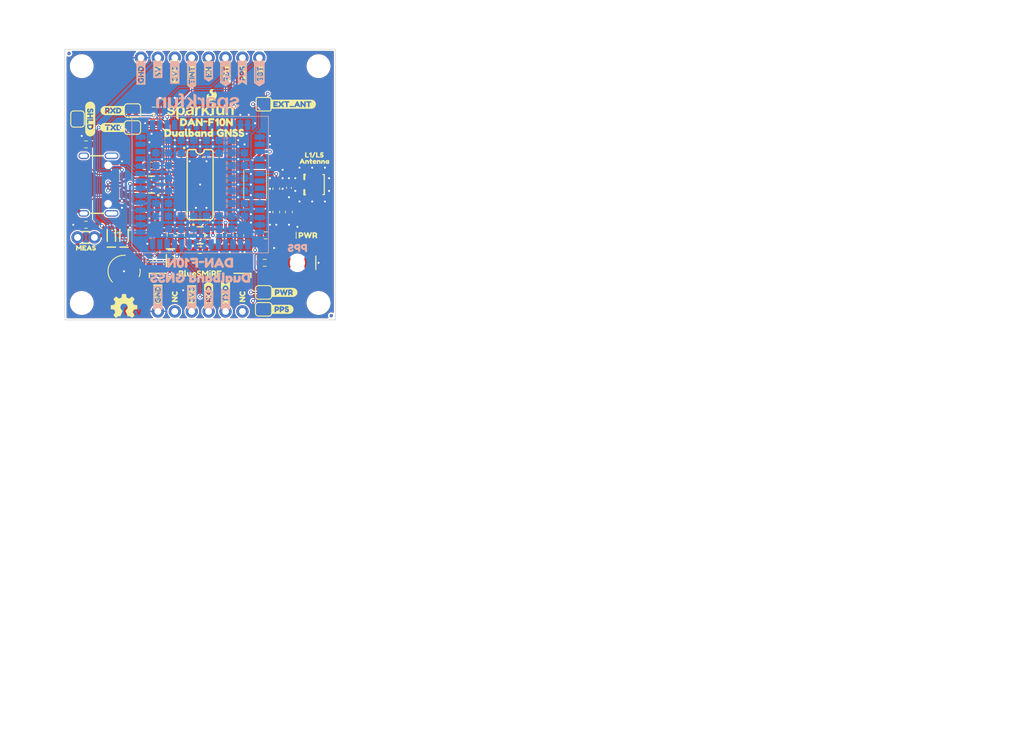
<source format=kicad_pcb>
(kicad_pcb (version 20241229) (generator "pcbnew") (generator_version "9.0")
  (title_block (comment 1 "Designed by: N. Seidle"))
  (layers (0 "F.Cu" signal) (4 "In1.Cu" signal) (6 "In2.Cu" signal) (2 "B.Cu" signal) (13 "F.Paste" user) (15 "B.Paste" user) (5 "F.SilkS" user "F.Silkscreen") (7 "B.SilkS" user "B.Silkscreen") (1 "F.Mask" user) (3 "B.Mask" user) (25 "Edge.Cuts" user))
  (net 0 "")
  (net 1 "GND")
  (net 2 "V_BCKP")
  (net 3 "5V")
  (net 4 "PPS")
  (net 5 "Net-(D2-K)")
  (net 6 "~{RESET}")
  (net 7 "3.3V")
  (net 8 "Net-(U1-I{slash}O2)")
  (net 9 "Net-(J1-SHIELD)")
  (net 15 "Net-(D5-K)")
  (net 16 "Net-(D1-A)")
  (net 17 "VBUS")
  (net 18 "Net-(F1-Pad2)")
  (net 19 "Net-(J1-CC2)")
  (net 20 "Net-(J1-CC1)")
  (net 21 "Net-(JP2-A)")
  (net 22 "Net-(JP3-A)")
  (net 23 "~{SAFEBOOT}")
  (net 26 "EXTINT")
  (net 27 "Net-(JP9-A)")
  (net 28 "Net-(JP10-A)")
  (net 29 "3V3_EN")
  (net 30 "Net-(U1-I{slash}O1)")
  (net 33 "Net-(U4-V3)")
  (net 42 "RXD")
  (net 43 "TXD")
  (net 44 "EXT_ANT")
  (net 45 "Net-(C1-Pad1)")
  (net 46 "VDD")
  (net 47 "Net-(JP9-B)")
  (net 48 "ANT_IN")
  (net 49 "VCC_RF")
  (net 50 "Net-(D6-A)")
  (footprint "DAN-F10N:kibuzzard-67EB0CBA" (layer "F.Cu") (at 169.545 85.09)
    (property "Reference" "kibuzzard-67EB0CBA" (hide yes))
    (property "Value" "G***" (hide yes))
  )
  (footprint "SparkFun-Capacitor:C_0603_1608Metric" (layer "F.Cu") (at 158.4325 104.775 -90)
    (property "Reference" "C16")
    (property "Value" "0.1uF")
  )
  (footprint "DAN-F10N:kibuzzard-67C52701" (layer "F.Cu") (at 146.685 80.3275 90)
    (property "Reference" "kibuzzard-67C52701" (hide yes))
    (property "Value" "G***" (hide yes))
  )
  (footprint "DAN-F10N:kibuzzard-64C2E6A3" (layer "F.Cu") (at 171.7675 104.775)
    (property "Reference" "kibuzzard-64C2E6A3" (hide yes))
    (property "Value" "G***" (hide yes))
  )
  (footprint "SparkFun-Jumper:Jumper_2_NC_Trace" (layer "F.Cu") (at 145.415 86.0425)
    (property "Reference" "JP9")
    (property "Value" "~")
  )
  (footprint "SparkFun-Connector:1x06" (layer "F.Cu") (at 161.925 116.205 180)
    (property "Reference" "J2")
    (property "Value" "Conn_01x06")
  )
  (footprint "DAN-F10N:kibuzzard-67C52692" (layer "F.Cu") (at 156.845 80.16875 90)
    (property "Reference" "kibuzzard-67C52692" (hide yes))
    (property "Value" "G***" (hide yes))
  )
  (footprint "DAN-F10N:kibuzzard-67C52DE1" (layer "F.Cu") (at 142.39875 86.0425)
    (property "Reference" "kibuzzard-67C52DE1" (hide yes))
    (property "Value" "G***" (hide yes))
  )
  (footprint "SparkFun-Aesthetic:Fiducial_0.5mm_Mask1mm" (layer "F.Cu") (at 135.89 77.47)
    (property "Reference" "FID3")
    (property "Value" "Fiducial_0.5mm")
  )
  (footprint "SparkFun-Jumper:Jumper_2_NC_Trace" (layer "F.Cu") (at 165.1 115.8875 180)
    (property "Reference" "JP3")
    (property "Value" "~")
  )
  (footprint "SparkFun-Connector:USB-C_16" (layer "F.Cu") (at 143.18875 97.155 -90)
    (property "Reference" "J1")
    (property "Value" "USB_C_Receptacle")
  )
  (footprint "SparkFun-Capacitor:C_0603_1608Metric" (layer "F.Cu") (at 167.005 101.2825 -90)
    (property "Reference" "C2")
    (property "Value" "47pF")
  )
  (footprint "SparkFun-Hardware:Standoff" (layer "F.Cu") (at 173.355 114.935)
    (property "Reference" "ST2")
    (property "Value" "Standoff")
  )
  (footprint "DAN-F10N:kibuzzard-64C3DF93" (layer "F.Cu") (at 139.065 87.3125 -90)
    (property "Reference" "kibuzzard-64C3DF93" (hide yes))
    (property "Value" "G***" (hide yes))
  )
  (footprint "SparkFun-Capacitor:C_0603_1608Metric" (layer "F.Cu") (at 149.5425 108.585 -90)
    (property "Reference" "C9")
    (property "Value" "1.0uF")
  )
  (footprint "DAN-F10N:kibuzzard-67C526ED" (layer "F.Cu") (at 154.305 80.645 90)
    (property "Reference" "kibuzzard-67C526ED" (hide yes))
    (property "Value" "G***" (hide yes))
  )
  (footprint "DAN-F10N:kibuzzard-67C52B1C" (layer "F.Cu") (at 149.225 113.9825 90)
    (property "Reference" "kibuzzard-67C52B1C" (hide yes))
    (property "Value" "G***" (hide yes))
  )
  (footprint "SparkFun-Connector:1x08" (layer "F.Cu") (at 164.465 78.105 180)
    (property "Reference" "J5")
    (property "Value" "Conn_01x08")
  )
  (footprint "SparkFun-Jumper:Jumper_2_NC_Trace" (layer "F.Cu") (at 137.16 87.3125 -90)
    (property "Reference" "JP7")
    (property "Value" "~")
  )
  (footprint "DAN-F10N:kibuzzard-67D33FB6" (layer "F.Cu") (at 151.765 113.9825 90)
    (property "Reference" "kibuzzard-67D33FB6" (hide yes))
    (property "Value" "G***" (hide yes))
  )
  (footprint "SparkFun-Semiconductor-Standard:SOD-323" (layer "F.Cu") (at 151.13 108.585 -90)
    (property "Reference" "D5")
    (property "Value" "PMEG4005EJ")
  )
  (footprint "SparkFun-Resistor:R_0603_1608Metric" (layer "F.Cu") (at 138.43 91.1225)
    (property "Reference" "R2")
    (property "Value" "5.1k")
  )
  (footprint "SparkFun-Resistor:R_0603_1608Metric" (layer "F.Cu") (at 165.25875 108.9025 180)
    (property "Reference" "R5")
    (property "Value" "330")
  )
  (footprint "DAN-F10N:kibuzzard-67C7D061" (layer "F.Cu") (at 172.72 92.71)
    (property "Reference" "kibuzzard-67C7D061" (hide yes))
    (property "Value" "G***" (hide yes))
  )
  (footprint "SparkFun-LED:LED_0603_1608Metric_Red" (layer "F.Cu") (at 168.5925 104.775 180)
    (property "Reference" "D1")
    (property "Value" "Red")
  )
  (footprint "SparkFun-Resistor:R_0603_1608Metric" (layer "F.Cu") (at 165.4175 104.775 180)
    (property "Reference" "R4")
    (property "Value" "4.7k")
  )
  (footprint "DAN-F10N:kibuzzard-67C52AED" (layer "F.Cu") (at 159.385 113.665 90)
    (property "Reference" "kibuzzard-67C52AED" (hide yes))
    (property "Value" "G***" (hide yes))
  )
  (footprint "SparkFun-Resistor:R_0603_1608Metric" (layer "F.Cu") (at 155.575 106.9975 180)
    (property "Reference" "R12")
    (property "Value" "100k")
  )
  (footprint "SparkFun-Capacitor:C_0603_1608Metric" (layer "F.Cu") (at 160.02 104.775 -90)
    (property "Reference" "C15")
    (property "Value" "10uF")
  )
  (footprint "SparkFun-Aesthetic:Fiducial_0.5mm_Mask1mm" (layer "F.Cu") (at 175.26 116.84)
    (property "Reference" "FID4")
    (property "Value" "Fiducial_0.5mm")
  )
  (footprint "SparkFun-Capacitor:C_0603_1608Metric" (layer "F.Cu") (at 168.91 101.2825 -90)
    (property "Reference" "C1")
    (property "Value" "0.1uF")
  )
  (footprint "SparkFun-Capacitor:C_0402_1005Metric" (layer "F.Cu") (at 168.91 97.635 90)
    (property "Reference" "D4")
    (property "Value" "PESD0402")
  )
  (footprint "DAN-F10N:kibuzzard-67C52D85" (layer "F.Cu") (at 168.275 113.3475)
    (property "Reference" "kibuzzard-67C52D85" (hide yes))
    (property "Value" "G***" (hide yes))
  )
  (footprint "DAN-F10N:kibuzzard-67C52B01" (layer "F.Cu") (at 156.845 113.665 90)
    (property "Reference" "kibuzzard-67C52B01" (hide yes))
    (property "Value" "G***" (hide yes))
  )
  (footprint "DAN-F10N:kibuzzard-67C7D06A" (layer "F.Cu") (at 172.72 93.6625)
    (property "Reference" "kibuzzard-67C7D06A" (hide yes))
    (property "Value" "G***" (hide yes))
  )
  (footprint "SparkFun-Resistor:R_0603_1608Metric" (layer "F.Cu") (at 138.43 103.1875)
    (property "Reference" "R1")
    (property "Value" "5.1k")
  )
  (footprint "SparkFun-Hardware:Standoff" (layer "F.Cu") (at 173.355 79.375)
    (property "Reference" "ST1")
    (property "Value" "Standoff")
  )
  (footprint "SparkFun-Semiconductor-Standard:SOT23-5" (layer "F.Cu") (at 155.575 104.775)
    (property "Reference" "U3")
    (property "Value" "RT9080-3.3")
  )
  (footprint "SparkFun-Jumper:Jumper_2_NC_Trace" (layer "F.Cu") (at 145.415 88.5825 180)
    (property "Reference" "JP10")
    (property "Value" "~")
  )
  (footprint "SparkFun-Aesthetic:SparkFun_Logo_10mm" (layer "F.Cu") (at 155.575 86.0425)
    (property "Reference" "G***" (hide yes))
    (property "Value" "LOGO" (hide yes))
  )
  (footprint "SparkFun-Fuse:0805" (layer "F.Cu") (at 148.2725 100.6475 180)
    (property "Reference" "F1")
    (property "Value" "6V/0.5A/1A")
  )
  (footprint "SparkFun-Aesthetic:OSHW_Logo_4mm" (layer "F.Cu") (at 144.145 115.57)
    (property "Reference" "Ref**" (hide yes))
    (property "Value" "Val**" (hide yes))
  )
  (footprint "SparkFun-Resistor:R_2512_6332Metric" (layer "F.Cu") (at 163.83 97.155 -90)
    (property "Reference" "R6")
    (property "Value" "13.3")
  )
  (footprint "DAN-F10N:kibuzzard-67C526AF" (layer "F.Cu") (at 159.385 80.48625 90)
    (property "Reference" "kibuzzard-67C526AF" (hide yes))
    (property "Value" "G***" (hide yes))
  )
  (footprint "SparkFun-Capacitor:C_0603_1608Metric" (layer "F.Cu") (at 152.7175 104.775 -90)
    (property "Reference" "C7")
    (property "Value" "1.0uF")
  )
  (footprint "DAN-F10N:kibuzzard-67C526FD" (layer "F.Cu") (at 149.225 79.85125 90)
    (property "Reference" "kibuzzard-67C526FD" (hide yes))
    (property "Value" "G***" (hide yes))
  )
  (footprint "SparkFun-Resistor:R_0603_1608Metric" (layer "F.Cu") (at 148.59 86.0425 180)
    (property "Reference" "R3")
    (property "Value" "1k")
  )
  (footprint "SparkFun-Semiconductor-Standard:SO-16" (layer "F.Cu") (at 155.575 97.155)
    (property "Reference" "U4")
    (property "Value" "CH340C")
  )
  (footprint "SparkFun-Capacitor:C_0603_1608Metric" (layer "F.Cu") (at 148.2725 94.2975)
    (property "Reference" "C10")
    (property "Value" "0.1uF")
  )
  (footprint "SparkFun-Capacitor:C_0603_1608Metric" (layer "F.Cu") (at 167.005 97.79 90)
    (property "Reference" "L1")
    (property "Value" "33nH")
  )
  (footprint "DAN-F10N:kibuzzard-67C524C4" (layer "F.Cu") (at 156.21 89.37625)
    (property "Reference" "kibuzzard-67C524C4" (hide yes))
    (property "Value" "G***" (hide yes))
  )
  (footprint "SparkFun-Jumper:Jumper_2_NO" (layer "F.Cu") (at 165.1 85.09 180)
    (property "Reference" "JP1")
    (property "Value" "EXT_ANT")
  )
  (footprint "SparkFun-Jumper:Jumper_2_NC_Trace" (layer "F.Cu") (at 165.1 113.3475 180)
    (property "Reference" "JP2")
    (property "Value" "~")
  )
  (footprint "SparkFun-Connector:U.FL" (layer "F.Cu") (at 172.72 97.155 180)
    (property "Reference" "J4")
    (property "Value" "U.FL")
  )
  (footprint "SparkFun-Jumper:Jumper_2_PTH_SMD_Combo-NC" (layer "F.Cu") (at 138.43 105.0925)
    (property "Reference" "JP11")
    (property "Value" "Measure")
  )
  (footprint "DAN-F10N:kibuzzard-6501FDDA" (layer "F.Cu") (at 155.575 110.49)
    (property "Reference" "kibuzzard-6501FDDA" (hide yes))
    (property "Value" "G***" (hide yes))
  )
  (footprint "SparkFun-Semiconductor-Standard:SOT23-6" (layer "F.Cu") (at 148.2725 97.155 180)
    (property "Reference" "U1")
    (property "Value" "DT1042-04SO")
  )
  (footprint "SparkFun-Capacitor:C_0603_1608Metric" (layer "F.Cu") (at 151.13 104.775 -90)
    (property "Reference" "C14")
    (property "Value" "0.1uF")
  )
  (footprint "DAN-F10N:kibuzzard-67D33FB6" (layer "F.Cu") (at 161.925 113.9825 90)
    (property "Reference" "kibuzzard-67D33FB6" (hide yes))
    (property "Value" "G***" (hide yes))
  )
  (footprint "SparkFun-Semiconductor-Standard:SOD-323" (layer "F.Cu") (at 144.145 104.775 90)
    (property "Reference" "D2")
    (property "Value" "BAT60A")
  )
  (footprint "SparkFun-Capacitor:C_0603_1608Metric" (layer "F.Cu") (at 161.6075 104.775 -90)
    (property "Reference" "C17")
    (property "Value" "33pF")
  )
  (footprint "DAN-F10N:kibuzzard-67C524B9" (layer "F.Cu") (at 156.5275 87.78875)
    (property "Reference" "kibuzzard-67C524B9" (hide yes))
    (property "Value" "G***" (hide yes))
  )
  (footprint "SparkFun-Battery:ML414H_IV01E" (layer "F.Cu") (at 144.145 110.1725)
    (property "Reference" "BT1")
    (property "Value" "6.8mm_ML414H")
  )
  (footprint "SparkFun-Semiconductor-Standard:SOD-323" (layer "F.Cu") (at 142.24 104.775 90)
    (property "Reference" "D3")
    (property "Value" "BAT60A")
  )
  (footprint "DAN-F10N:kibuzzard-67C526DE" (layer "F.Cu") (at 164.465 80.48625 90)
    (property "Reference" "kibuzzard-67C526DE" (hide yes))
    (property "Value" "G***" (hide yes))
  )
  (footprint "DAN-F10N:kibuzzard-67C526C1" (layer "F.Cu") (at 161.925 80.48625 90)
    (property "Reference" "kibuzzard-67C526C1" (hide yes))
    (property "Value" "G***" (hide yes))
  )
  (footprint "SparkFun-Aesthetic:Creative_Commons_License" (layer "F.Cu") (at 232.41 159.385)
    (property "Reference" "G1" (hide yes))
    (property "Value" "OSHW_Logo" (hide yes))
  )
  (footprint "SparkFun-Hardware:Standoff" (layer "F.Cu") (at 137.795 79.375)
    (property "Reference" "ST3")
    (property "Value" "Standoff")
  )
  (footprint "SparkFun-LED:LED_1206_Bottom_Green" (layer "F.Cu") (at 170.18 108.9025)
    (property "Reference" "D6")
    (property "Value" "Green")
  )
  (footprint "DAN-F10N:kibuzzard-67C52F63" (layer "F.Cu") (at 154.305 113.9825 90)
    (property "Reference" "kibuzzard-67C52F63" (hide yes))
    (property "Value" "G***" (hide yes))
  )
  (footprint "DAN-F10N:kibuzzard-67C52C8F" (layer "F.Cu") (at 138.43 106.68)
    (property "Reference" "kibuzzard-67C52C8F" (hide yes))
    (property "Value" "G***" (hide yes))
  )
  (footprint "SparkFun-Resistor:R_0603_1608Metric" (layer "F.Cu") (at 147.955 108.585 -90)
    (property "Reference" "R7")
    (property "Value" "1k")
  )
  (footprint "DAN-F10N:kibuzzard-67C52D79" (layer "F.Cu") (at 167.9575 115.8875)
    (property "Reference" "kibuzzard-67C52D79" (hide yes))
    (property "Value" "G***" (hide yes))
  )
  (footprint "DAN-F10N:kibuzzard-67C526F3" (layer "F.Cu") (at 151.765 80.16875 90)
    (property "Reference" "kibuzzard-67C526F3" (hide yes))
    (property "Value" "G***" (hide yes))
  )
  (footprint "DAN-F10N:kibuzzard-67C52DD7" (layer "F.Cu") (at 142.39875 88.5825)
    (property "Reference" "kibuzzard-67C52DD7" (hide yes))
    (property "Value" "G***" (hide yes))
  )
  (footprint "SparkFun-Hardware:Standoff" (layer "F.Cu") (at 137.795 114.935)
    (property "Reference" "ST4")
    (property "Value" "Standoff")
  )
  (footprint "SparkFun-Aesthetic:SparkFun_Logo_NoFlame_12.5mm" (layer "B.Cu") (at 155.575 84.7725 180)
    (property "Reference" "G***" (hide yes))
    (property "Value" "LOGO" (hide yes))
  )
  (footprint "DAN-F10N:kibuzzard-67C5273C" (layer "B.Cu") (at 151.765 80.3275 -90)
    (property "Reference" "kibuzzard-67C5273C" (hide yes))
    (property "Value" "G***" (hide yes))
  )
  (footprint "DAN-F10N:kibuzzard-67C52A06" (layer "B.Cu") (at 155.575 111.125 180)
    (property "Reference" "kibuzzard-67C52A06" (hide yes))
    (property "Value" "G***" (hide yes))
  )
  (footprint "DAN-F10N:kibuzzard-67C5279A" (layer "B.Cu") (at 164.465 80.48625 -90)
    (property "Reference" "kibuzzard-67C5279A" (hide yes))
    (property "Value" "G***" (hide yes))
  )
  (footprint "SparkFun-Aesthetic:Fiducial_0.5mm_Mask1mm" (layer "B.Cu") (at 135.89 77.47 180)
    (property "Reference" "FID2")
    (property "Value" "Fiducial_0.5mm")
  )
  (footprint "SparkFun-Aesthetic:Fiducial_0.5mm_Mask1mm" (layer "B.Cu") (at 175.26 116.84 180)
    (property "Reference" "FID1")
    (property "Value" "Fiducial_0.5mm")
  )
  (footprint "DAN-F10N:kibuzzard-67D3589A" (layer "B.Cu") (at 154.305 114.14125 -90)
    (property "Reference" "kibuzzard-67D3589A" (hide yes))
    (property "Value" "G***" (hide yes))
  )
  (footprint "DAN-F10N:kibuzzard-67C52738" (layer "B.Cu") (at 149.225 79.85125 -90)
    (property "Reference" "kibuzzard-67C52738" (hide yes))
    (property "Value" "G***" (hide yes))
  )
  (footprint "DAN-F10N:kibuzzard-67C527CA" (layer "B.Cu") (at 159.385 80.48625 -90)
    (property "Reference" "kibuzzard-67C527CA" (hide yes))
    (property "Value" "G***" (hide yes))
  )
  (footprint "DAN-F10N:kibuzzard-67C52789" (layer "B.Cu") (at 161.925 80.3275 -90)
    (property "Reference" "kibuzzard-67C52789" (hide yes))
    (property "Value" "G***" (hide yes))
  )
  (footprint "DAN-F10N:kibuzzard-67C5275D" (layer "B.Cu") (at 156.845 80.16875 -90)
    (property "Reference" "kibuzzard-67C5275D" (hide yes))
    (property "Value" "G***" (hide yes))
  )
  (footprint "DAN-F10N:kibuzzard-67D35894" (layer "B.Cu") (at 156.845 114.3 -90)
    (property "Reference" "kibuzzard-67D35894" (hide yes))
    (property "Value" "G***" (hide yes))
  )
  (footprint "DAN-F10N:kibuzzard-67C5274E" (layer "B.Cu") (at 154.305 80.645 -90)
    (property "Reference" "kibuzzard-67C5274E" (hide yes))
    (property "Value" "G***" (hide yes))
  )
  (footprint "DAN-F10N:kibuzzard-67D358AB" (layer "B.Cu") (at 149.225 114.14125 -90)
    (property "Reference" "kibuzzard-67D358AB" (hide yes))
    (property "Value" "G***" (hide yes))
  )
  (footprint "DAN-F10N:kibuzzard-67C52734" (layer "B.Cu") (at 146.685 80.3275 -90)
    (property "Reference" "kibuzzard-67C52734" (hide yes))
    (property "Value" "G***" (hide yes))
  )
  (footprint "DAN-F10N:kibuzzard-67C52CCE" (layer "B.Cu") (at 170.18 106.68 180)
    (property "Reference" "kibuzzard-67C52CCE" (hide yes))
    (property "Value" "G***" (hide yes))
  )
  (footprint "DAN-F10N:kibuzzard-67D3586F" (layer "B.Cu") (at 159.385 114.3 -90)
    (property "Reference" "kibuzzard-67D3586F" (hide yes))
    (property "Value" "G***" (hide yes))
  )
  (footprint "DAN-F10N:DAN-F10N" (layer "B.Cu") (at 155.575 97.155)
    (property "Reference" "U6")
    (property "Value" "DAN-F10N")
  )
  (footprint "DAN-F10N:kibuzzard-67C529FB" (layer "B.Cu") (at 155.575 108.9025 180)
    (property "Reference" "kibuzzard-67C529FB" (hide yes))
    (property "Value" "G***" (hide yes))
  )
  (gr_line (start 163.195 111.125) (end 163.195 110.49) (stroke (width 0.2032)) (layer "F.SilkS"))
  (gr_line (start 147.955 111.125) (end 147.955 110.49) (stroke (width 0.2032)) (layer "F.SilkS"))
  (gr_line (start 163.195 110.49) (end 160.655 110.49) (stroke (width 0.2032)) (layer "F.SilkS"))
  (gr_line (start 147.955 110.49) (end 150.495 110.49) (stroke (width 0.2032)) (layer "F.SilkS"))
  (gr_rect (start 135.255 76.835) (end 175.895 117.475) (stroke (width 0.1)) (fill no) (layer "Edge.Cuts"))
  (gr_text "v10" (at 145.415 116.205 0) (layer "B.Cu" knockout) (effects (font (size 1 1) (thickness 0.25) (bold yes)) (justify mirror)))
  (segment (start 142.84875 93.93) (end 143.56 93.93) (width 0.4064) (layer "F.Cu") (net 1))
  (segment (start 143.56 93.93) (end 143.8275 93.6625) (width 0.4064) (layer "F.Cu") (net 1))
  (segment (start 154.2749 104.775) (end 155.2575 104.775) (width 0.5588) (layer "F.Cu") (net 1))
  (segment (start 149.5726 97.155) (end 148.59 97.155) (width 0.5588) (layer "F.Cu") (net 1))
  (segment (start 143.56 100.38) (end 143.8275 100.6475) (width 0.4064) (layer "F.Cu") (net 1))
  (segment (start 142.84875 100.38) (end 143.56 100.38) (width 0.4064) (layer "F.Cu") (net 1))
  (via (at 166.0525 101.2825) (size 0.56) (drill 0.3) (layers "F.Cu" "B.Cu") (net 1))
  (via (at 155.8925 86.6775) (size 0.56) (drill 0.3) (layers "F.Cu" "B.Cu") (net 1))
  (via (at 161.6075 86.6775) (size 0.56) (drill 0.3) (layers "F.Cu" "B.Cu") (net 1))
  (via (at 158.4325 107.315) (size 0.56) (drill 0.3) (layers "F.Cu" "B.Cu") (net 1))
  (via (at 166.0525 97.79) (size 0.56) (drill 0.3) (layers "F.Cu" "B.Cu") (net 1))
  (via (at 155.575 97.155) (size 0.56) (drill 0.3) (layers "F.Cu" "B.Cu") (net 1))
  (via (at 162.2425 91.1225) (size 0.56) (drill 0.3) (layers "F.Cu" "B.Cu") (net 1))
  (via (at 161.29 95.25) (size 0.56) (drill 0.3) (layers "F.Cu" "B.Cu") (net 1))
  (via (at 157.48 102.87) (size 0.56) (drill 0.3) (layers "F.Cu" "B.Cu") (net 1))
  (via (at 148.59 97.155) (size 0.56) (drill 0.3) (layers "F.Cu" "B.Cu") (net 1))
  (via (at 161.29 90.4875) (size 0.56) (drill 0.3) (layers "F.Cu" "B.Cu") (net 1))
  (via (at 147.955 90.805) (size 0.56) (drill 0.3) (layers "F.Cu" "B.Cu") (net 1))
  (via (at 161.29 100.965) (size 0.56) (drill 0.3) (layers "F.Cu" "B.Cu") (net 1))
  (via (at 172.4025 94.615) (size 0.56) (drill 0.3) (layers "F.Cu" "B.Cu") (net 1))
  (via (at 163.195 102.87) (size 0.56) (drill 0.3) (layers "F.Cu" "B.Cu") (net 1))
  (via (at 147.955 95.25) (size 0.56) (drill 0.3) (layers "F.Cu" "B.Cu") (net 1))
  (via (at 160.02 81.5975) (size 0.56) (drill 0.3) (layers "F.Cu" "B.Cu") (net 1))
  (via (at 149.86 104.775) (size 0.56) (drill 0.3) (layers "F.Cu" "B.Cu") (net 1))
  (via (at 166.0525 103.1875) (size 0.56) (drill 0.3) (layers "F.Cu" "B.Cu") (net 1))
  (via (at 168.91 103.1875) (size 0.56) (drill 0.3) (layers "F.Cu" "B.Cu") (net 1))
  (via (at 166.0525 89.8525) (size 0.56) (drill 0.3) (layers "F.Cu" "B.Cu") (net 1))
  (via (at 151.765 100.965) (size 0.56) (drill 0.3) (layers "F.Cu" "B.Cu") (net 1))
  (via (at 147.955 102.87) (size 0.56) (drill 0.3) (layers "F.Cu" "B.Cu") (net 1))
  (via (at 170.4975 94.615) (size 0.56) (drill 0.3) (layers "F.Cu" "B.Cu") (net 1))
  (via (at 173.355 108.9025) (size 0.56) (drill 0.3) (layers "F.Cu" "B.Cu") (net 1))
  (via (at 174.3075 94.615) (size 0.56) (drill 0.3) (layers "F.Cu" "B.Cu") (net 1))
  (via (at 167.005 103.1875) (size 0.56) (drill 0.3) (layers "F.Cu" "B.Cu") (net 1))
  (via (at 168.91 96.2025) (size 0.56) (drill 0.3) (layers "F.Cu" "B.Cu") (net 1))
  (via (at 151.765 90.4875) (size 0.56) (drill 0.3) (layers "F.Cu" "B.Cu") (net 1))
  (via (at 167.9575 96.2025) (size 0.56) (drill 0.3) (layers "F.Cu" "B.Cu") (net 1))
  (via (at 157.1625 86.6775) (size 0.56) (drill 0.3) (layers "F.Cu" "B.Cu") (net 1))
  (via (at 151.765 102.87) (size 0.56) (drill 0.3) (layers "F.Cu" "B.Cu") (net 1))
  (via (at 149.86 93.345) (size 0.56) (drill 0.3) (layers "F.Cu" "B.Cu") (net 1))
  (via (at 162.56 89.535) (size 0.56) (drill 0.3) (layers "F.Cu" "B.Cu") (net 1))
  (via (at 161.29 91.44) (size 0.56) (drill 0.3) (layers "F.Cu" "B.Cu") (net 1))
  (via (at 170.18 103.505) (size 0.56) (drill 0.3) (layers "F.Cu" "B.Cu") (net 1))
  (via (at 153.3525 86.6775) (size 0.56) (drill 0.3) (layers "F.Cu" "B.Cu") (net 1))
  (via (at 161.29 102.87) (size 0.56) (drill 0.3) (layers "F.Cu" "B.Cu") (net 1))
  (via (at 149.225 111.125) (size 0.56) (drill 0.3) (layers "F.Cu" "B.Cu") (net 1))
  (via (at 151.765 84.1375) (size 0.56) (drill 0.3) (layers "F.Cu" "B.Cu") (net 1))
  (via (at 149.86 91.44) (size 0.56) (drill 0.3) (layers "F.Cu" "B.Cu") (net 1))
  (via (at 144.145 110.1725) (size 0.56) (drill 0.3) (layers "F.Cu" "B.Cu") (net 1))
  (via (at 153.67 90.4875) (size 0.56) (drill 0.3) (layers "F.Cu" "B.Cu") (net 1))
  (via (at 169.8625 96.2025) (size 0.56) (drill 0.3) (layers "F.Cu" "B.Cu") (net 1))
  (via (at 166.0525 91.1225) (size 0.56) (drill 0.3) (layers "F.Cu" "B.Cu") (net 1))
  (via (at 147.955 102.235) (size 0.56) (drill 0.3) (layers "F.Cu" "B.Cu") (net 1))
  (via (at 163.195 97.155) (size 0.56) (drill 0.3) (layers "F.Cu" "B.Cu") (net 1))
  (via (at 170.4975 99.695) (size 0.56) (drill 0.3) (layers "F.Cu" "B.Cu") (net 1))
  (via (at 155.575 91.44) (size 0.56) (drill 0.3) (layers "F.Cu" "B.Cu") (net 1))
  (via (at 166.0525 94.615) (size 0.56) (drill 0.3) (layers "F.Cu" "B.Cu") (net 1))
  (via (at 147.32 87.9475) (size 0.56) (drill 0.3) (layers "F.Cu" "B.Cu") (net 1))
  (via (at 153.035 113.03) (size 0.56) (drill 0.3) (layers "F.Cu" "B.Cu") (net 1))
  (via (at 154.94 86.6775) (size 0.56) (drill 0.3) (layers "F.Cu" "B.Cu") (net 1))
  (via (at 153.67 91.44) (size 0.56) (drill 0.3) (layers "F.Cu" "B.Cu") (net 1))
  (via (at 168.91 99.06) (size 0.56) (drill 0.3) (layers "F.Cu" "B.Cu") (net 1))
  (via (at 161.29 99.06) (size 0.56) (drill 0.3) (layers "F.Cu" "B.Cu") (net 1))
  (via (at 166.6875 106.68) (size 0.56) (drill 0.3) (layers "F.Cu" "B.Cu") (net 1))
  (via (at 151.892591 104.832408) (size 0.56) (drill 0.3) (layers "F.Cu" "B.Cu") (net 1))
  (via (at 162.2425 107.315) (size 0.56) (drill 0.3) (layers "F.Cu" "B.Cu") (net 1))
  (via (at 163.83 87.9475) (size 0.56) (drill 0.3) (layers "F.Cu" "B.Cu") (net 1))
  (via (at 155.575 90.4875) (size 0.56) (drill 0.3) (layers "F.Cu" "B.Cu") (net 1))
  (via (at 174.9425 98.1075) (size 0.56) (drill 0.3) (layers "F.Cu" "B.Cu") (net 1))
  (via (at 163.195 98.7425) (size 0.56) (drill 0.3) (layers "F.Cu" "B.Cu") (net 1))
  (via (at 160.02 107.315) (size 0.56) (drill 0.3) (layers "F.Cu" "B.Cu") (net 1))
  (via (at 172.4025 99.695) (size 0.56) (drill 0.3) (layers "F.Cu" "B.Cu") (net 1))
  (via (at 136.525 103.1875) (size 0.56) (drill 0.3) (layers "F.Cu" "B.Cu") (net 1))
  (via (at 163.195 101.6) (size 0.56) (drill 0.3) (layers "F.Cu" "B.Cu") (net 1))
  (via (at 157.48 90.4875) (size 0.56) (drill 0.3) (layers "F.Cu" "B.Cu") (net 1))
  (via (at 167.9575 94.9325) (size 0.56) (drill 0.3) (layers "F.Cu" "B.Cu") (net 1))
  (via (at 151.765 91.44) (size 0.56) (drill 0.3) (layers "F.Cu" "B.Cu") (net 1))
  (via (at 155.2575 104.775) (size 0.56) (drill 0.3) (layers "F.Cu" "B.Cu") (net 1))
  (via (at 156.5275 93.6625) (size 0.56) (drill 0.3) (layers "F.Cu" "B.Cu") (net 1))
  (via (at 161.6075 107.315) (size 0.56) (drill 0.3) (layers "F.Cu" "B.Cu") (net 1))
  (via (at 143.8275 93.6625) (size 0.56) (drill 0.3) (layers "F.Cu" "B.Cu") (net 1))
  (via (at 137.795 89.8525) (size 0.56) (drill 0.3) (layers "F.Cu" "B.Cu") (net 1))
  (via (at 157.48 91.44) (size 0.56) (drill 0.3) (layers "F.Cu" "B.Cu") (net 1))
  (via (at 163.195 95.5675) (size 0.56) (drill 0.3) (layers "F.Cu" "B.Cu") (net 1))
  (via (at 156.5275 100.6475) (size 0.56) (drill 0.3) (layers "F.Cu" "B.Cu") (net 1))
  (via (at 143.8275 100.6475) (size 0.56) (drill 0.3) (layers "F.Cu" "B.Cu") (net 1))
  (via (at 166.0525 96.2025) (size 0.56) (drill 0.3) (layers "F.Cu" "B.Cu") (net 1))
  (via (at 161.29 97.155) (size 0.56) (drill 0.3) (layers "F.Cu" "B.Cu") (net 1))
  (via (at 162.8775 86.6775) (size 0.56) (drill 0.3) (layers "F.Cu" "B.Cu") (net 1))
  (via (at 153.3525 102.87) (size 0.56) (drill 0.3) (layers "F.Cu" "B.Cu") (net 1))
  (via (at 161.29 93.345) (size 0.56) (drill 0.3) (layers "F.Cu" "B.Cu") (net 1))
  (via (at 174.9425 96.2025) (size 0.56) (drill 0.3) (layers "F.Cu" "B.Cu") (net 1))
  (via (at 174.3075 99.695) (size 0.56) (drill 0.3) (layers "F.Cu" "B.Cu") (net 1))
  (via (at 147.6375 106.045) (size 0.56) (drill 0.3) (layers "F.Cu" "B.Cu") (net 1))
  (via (at 167.9575 97.79) (size 0.56) (drill 0.3) (layers "F.Cu" "B.Cu") (net 1))
  (via (at 169.8625 98.1075) (size 0.56) (drill 0.3) (layers "F.Cu" "B.Cu") (net 1))
  (via (at 147.955 92.3925) (size 0.56) (drill 0.3) (layers "F.Cu" "B.Cu") (net 1))
  (via (at 154.94 100.6475) (size 0.56) (drill 0.3) (layers "F.Cu" "B.Cu") (net 1))
  (via (at 148.2725 89.535) (size 0.56) (drill 0.3) (layers "F.Cu" "B.Cu") (net 1))
  (via (at 153.9875 93.6625) (size 0.56) (drill 0.3) (layers "F.Cu" "B.Cu") (net 1))
  (via (at 149.86 99.06) (size 0.56) (drill 0.3) (layers "F.Cu" "B.Cu") (net 1))
  (via (at 156.5275 104.775) (size 0.56) (drill 0.3) (layers "F.Cu" "B.Cu") (net 1))
  (via (at 149.5425 84.1375) (size 0.56) (drill 0.3) (layers "F.Cu" "B.Cu") (net 1))
  (segment (start 149.225 107.81) (end 148.734313 107.81) (width 0.1778) (layer "F.Cu") (net 2))
  (segment (start 145.5025 107.76) (end 145.2425 108.02) (width 0.1778) (layer "F.Cu") (net 2))
  (segment (start 148.734313 107.81) (end 147.6875 107.81) (width 0.1778) (layer "F.Cu") (net 2))
  (segment (start 146.455 107.76) (end 146.195 108.02) (width 0.1778) (layer "F.Cu") (net 2))
  (segment (start 147.955 107.76) (end 146.455 107.76) (width 0.1778) (layer "F.Cu") (net 2))
  (segment (start 147.6875 107.81) (end 147.6375 107.76) (width 0.1778) (layer "F.Cu") (net 2))
  (segment (start 146.685 107.53) (end 146.195 108.02) (width 0.1778) (layer "F.Cu") (net 2))
  (via (at 148.734313 107.81) (size 0.56) (drill 0.3) (layers "F.Cu" "B.Cu") (net 2))
  (segment (start 149.525 107.019313) (end 148.734313 107.81) (width 0.1778) (layer "B.Cu") (net 2))
  (segment (start 149.525 106.105) (end 149.525 107.019313) (width 0.1778) (layer "B.Cu") (net 2))
  (segment (start 140.81125 103.34625) (end 141.09 103.625) (width 0.4064) (layer "F.Cu") (net 3))
  (segment (start 141.09 103.625) (end 142.24 103.625) (width 0.4064) (layer "F.Cu") (net 3))
  (via (at 140.81125 103.34625) (size 0.56) (drill 0.3) (layers "F.Cu" "B.Cu") (net 3))
  (segment (start 140.81125 103.34625) (end 139.7 102.235) (width 0.4064) (layer "B.Cu") (net 3))
  (segment (start 139.7 87.63) (end 149.225 78.105) (width 0.4064) (layer "B.Cu") (net 3))
  (segment (start 139.7 102.235) (end 139.7 87.63) (width 0.4064) (layer "B.Cu") (net 3))
  (segment (start 163.8306 106.9975) (end 163.83 106.9969) (width 0.1778) (layer "F.Cu") (net 4))
  (segment (start 163.83 104.463882) (end 160.655 101.288882) (width 0.1778) (layer "F.Cu") (net 4))
  (segment (start 163.83 106.9969) (end 163.83 104.463882) (width 0.1778) (layer "F.Cu") (net 4))
  (segment (start 163.5125 115.57) (end 163.5125 114.6175) (width 0.1778) (layer "F.Cu") (net 4))
  (segment (start 164.5793 115.8875) (end 163.83 115.8875) (width 0.1778) (layer "F.Cu") (net 4))
  (segment (start 160.655 101.288882) (end 160.655 85.4202) (width 0.1778) (layer "F.Cu") (net 4))
  (segment (start 160.655 85.4202) (end 160.655 79.375) (width 0.1778) (layer "F.Cu") (net 4))
  (segment (start 160.655 79.375) (end 161.925 78.105) (width 0.1778) (layer "F.Cu") (net 4))
  (segment (start 163.83 115.8875) (end 163.5125 115.57) (width 0.1778) (layer "F.Cu") (net 4))
  (via (at 163.5125 114.6175) (size 0.56) (drill 0.3) (layers "F.Cu" "B.Cu") (net 4))
  (via (at 163.8306 106.9975) (size 0.56) (drill 0.3) (layers "F.Cu" "B.Cu") (net 4))
  (via (at 160.655 85.4202) (size 0.56) (drill 0.3) (layers "F.Cu" "B.Cu") (net 4))
  (segment (start 163.83 114.3) (end 163.83 106.9981) (width 0.1778) (layer "B.Cu") (net 4))
  (segment (start 158.569274 85.4202) (end 154.6225 85.4202) (width 0.1778) (layer "B.Cu") (net 4))
  (segment (start 163.83 106.9981) (end 163.8306 106.9975) (width 0.1778) (layer "B.Cu") (net 4))
  (segment (start 163.5125 114.6175) (end 163.83 114.3) (width 0.1778) (layer "B.Cu") (net 4))
  (segment (start 153.925 86.1177) (end 153.925 88.205) (width 0.1778) (layer "B.Cu") (net 4))
  (segment (start 154.6225 85.4202) (end 153.925 86.1177) (width 0.1778) (layer "B.Cu") (net 4))
  (segment (start 158.569274 85.4202) (end 160.655 85.4202) (width 0.1778) (layer "B.Cu") (net 4))
  (segment (start 137.4775 107.6325) (end 141.605 107.6325) (width 0.5588) (layer "F.Cu") (net 5))
  (segment (start 142.24 106.9975) (end 142.24 105.925) (width 0.5588) (layer "F.Cu") (net 5))
  (segment (start 137.16 105.0925) (end 137.16 107.315) (width 0.5588) (layer "F.Cu") (net 5))
  (segment (start 137.16 107.315) (end 137.4775 107.6325) (width 0.5588) (layer "F.Cu") (net 5))
  (segment (start 142.24 105.925) (end 144.145 105.925) (width 0.5588) (layer "F.Cu") (net 5))
  (segment (start 141.605 107.6325) (end 142.24 106.9975) (width 0.5588) (layer "F.Cu") (net 5))
  (segment (start 149.525 85.425) (end 152.4 82.55) (width 0.1778) (layer "B.Cu") (net 6))
  (segment (start 157.1625 82.55) (end 159.385 80.3275) (width 0.1778) (layer "B.Cu") (net 6))
  (segment (start 159.385 80.3275) (end 159.385 78.105) (width 0.1778) (layer "B.Cu") (net 6))
  (segment (start 152.4 82.55) (end 157.1625 82.55) (width 0.1778) (layer "B.Cu") (net 6))
  (segment (start 149.525 88.205) (end 149.525 85.425) (width 0.1778) (layer "B.Cu") (net 6))
  (segment (start 158.2575 103.825) (end 158.4325 104) (width 0.4064) (layer "F.Cu") (net 7))
  (segment (start 165.5064 83.7311) (end 165.735 83.5025) (width 0.1524) (layer "F.Cu") (net 7))
  (segment (start 159.385 104) (end 159.385 102.87) (width 0.4064) (layer "F.Cu") (net 7))
  (segment (start 151.004148 109.860852) (end 151.13 109.735) (width 0.4064) (layer "F.Cu") (net 7))
  (segment (start 161.6075 104) (end 160.02 104) (width 0.4064) (layer "F.Cu") (net 7))
  (segment (start 164.5793 113.3475) (end 163.195 113.3475) (width 0.1778) (layer "F.Cu") (net 7))
  (segment (start 165.5064 85.09) (end 165.5064 83.7311) (width 0.1524) (layer "F.Cu") (net 7))
  (segment (start 160.02 104) (end 159.385 104) (width 0.4064) (layer "F.Cu") (net 7))
  (segment (start 151.004148 110.615852) (end 151.004148 109.860852) (width 0.4064) (layer "F.Cu") (net 7))
  (segment (start 157.48 103.825) (end 157.48 104.775) (width 0.4064) (layer "F.Cu") (net 7))
  (segment (start 157.48 103.825) (end 158.2575 103.825) (width 0.4064) (layer "F.Cu") (net 7))
  (segment (start 156.8751 103.825) (end 157.48 103.825) (width 0.4064) (layer "F.Cu") (net 7))
  (segment (start 159.385 104) (end 158.4325 104) (width 0.4064) (layer "F.Cu") (net 7))
  (via (at 159.385 102.87) (size 0.56) (drill 0.3) (layers "F.Cu" "B.Cu") (net 7))
  (via (at 151.004148 110.615852) (size 0.56) (drill 0.3) (layers "F.Cu" "B.Cu") (net 7))
  (via (at 165.735 83.5025) (size 0.56) (drill 0.3) (layers "F.Cu" "B.Cu") (net 7))
  (via (at 163.195 113.3475) (size 0.56) (drill 0.3) (layers "F.Cu" "B.Cu") (net 7))
  (via (at 157.48 104.775) (size 0.56) (drill 0.3) (layers "F.Cu" "B.Cu") (net 7))
  (via (at 152.0825 107.95) (size 0.56) (drill 0.3) (layers "F.Cu" "B.Cu") (net 7))
  (segment (start 151.725 107.5925) (end 152.0825 107.95) (width 0.4064) (layer "B.Cu") (net 7))
  (segment (start 152.825 106.105) (end 152.825 107.2075) (width 0.4064) (layer "B.Cu") (net 7))
  (segment (start 151.725 106.105) (end 151.725 107.5925) (width 0.4064) (layer "B.Cu") (net 7))
  (segment (start 152.825 107.2075) (end 152.0825 107.95) (width 0.4064) (layer "B.Cu") (net 7))
  (segment (start 143.887 96.905) (end 144.587 96.205) (width 0.277622) (layer "F.Cu") (net 8))
  (segment (start 141.757888 96.83163) (end 141.831258 96.905) (width 0.28194) (layer "F.Cu") (net 8))
  (segment (start 141.831258 96.905) (end 142.84875 96.905) (width 0.277622) (layer "F.Cu") (net 8))
  (segment (start 142.84875 96.905) (end 143.887 96.905) (width 0.277622) (layer "F.Cu") (net 8))
  (segment (start 151.638 97.79) (end 152.775 97.79) (width 0.277622) (layer "F.Cu") (net 8))
  (segment (start 141.871 97.905) (end 141.732 98.044) (width 0.28194) (layer "F.Cu") (net 8))
  (segment (start 150.561 96.205) (end 151.13 96.774) (width 0.277622) (layer "F.Cu") (net 8))
  (segment (start 144.587 96.205) (end 150.561 96.205) (width 0.277622) (layer "F.Cu") (net 8))
  (segment (start 151.13 96.774) (end 151.13 97.282) (width 0.277622) (layer "F.Cu") (net 8))
  (segment (start 151.13 97.282) (end 151.638 97.79) (width 0.277622) (layer "F.Cu") (net 8))
  (segment (start 142.84875 97.905) (end 141.871 97.905) (width 0.277622) (layer "F.Cu") (net 8))
  (via (at 141.757888 96.83163) (size 0.56) (drill 0.3) (layers "F.Cu" "B.Cu") (net 8))
  (via (at 141.732 98.044) (size 0.56) (drill 0.3) (layers "F.Cu" "B.Cu") (net 8))
  (segment (start 141.757888 96.83163) (end 141.732 96.857518) (width 0.28194) (layer "B.Cu") (net 8))
  (segment (start 141.732 96.857518) (end 141.732 98.044) (width 0.277622) (layer "B.Cu") (net 8))
  (segment (start 137.16 89.2175) (end 137.16 87.8332) (width 0.5588) (layer "F.Cu") (net 9))
  (segment (start 136.2075 100.0125) (end 136.2075 90.17) (width 0.5588) (layer "F.Cu") (net 9))
  (segment (start 138.09375 101.473) (end 137.668 101.473) (width 0.5588) (layer "F.Cu") (net 9))
  (segment (start 137.668 101.473) (end 136.2075 100.0125) (width 0.5588) (layer "F.Cu") (net 9))
  (segment (start 136.2075 90.17) (end 137.16 89.2175) (width 0.5588) (layer "F.Cu") (net 9))
  (segment (start 147.79625 109.41) (end 147.79625 108.9025) (width 0.1778) (layer "F.Cu") (net 15))
  (segment (start 147.79625 108.9025) (end 148.11375 108.585) (width 0.1778) (layer "F.Cu") (net 15))
  (segment (start 150.495 108.585) (end 151.13 107.95) (width 0.1778) (layer "F.Cu") (net 15))
  (segment (start 148.11375 108.585) (end 150.495 108.585) (width 0.1778) (layer "F.Cu") (net 15))
  (segment (start 151.13 107.95) (end 151.13 107.435) (width 0.1778) (layer "F.Cu") (net 15))
  (segment (start 166.2425 104.775) (end 167.805 104.775) (width 0.1778) (layer "F.Cu") (net 16))
  (segment (start 145.034 103.625) (end 144.145 103.625) (width 0.5588) (layer "F.Cu") (net 17))
  (segment (start 145.161 97.155) (end 145.034 97.028) (width 0.4064) (layer "F.Cu") (net 17))
  (segment (start 149.1725 102.9225) (end 148.47 103.625) (width 0.5588) (layer "F.Cu") (net 17))
  (segment (start 148.47 103.625) (end 145.034 103.625) (width 0.5588) (layer "F.Cu") (net 17))
  (segment (start 149.1725 100.6475) (end 149.1725 102.9225) (width 0.5588) (layer "F.Cu") (net 17))
  (segment (start 146.9725 97.155) (end 145.161 97.155) (width 0.4064) (layer "F.Cu") (net 17))
  (via (at 145.034 103.625) (size 0.56) (drill 0.3) (layers "F.Cu" "B.Cu") (net 17))
  (via (at 145.034 97.028) (size 0.56) (drill 0.3) (layers "F.Cu" "B.Cu") (net 17))
  (segment (start 145.034 97.028) (end 145.034 103.625) (width 0.4064) (layer "B.Cu") (net 17))
  (segment (start 143.8275 99.605) (end 144.3725 99.605) (width 0.5588) (layer "F.Cu") (net 18))
  (segment (start 142.84875 99.605) (end 143.8275 99.605) (width 0.4064) (layer "F.Cu") (net 18))
  (segment (start 144.3725 99.605) (end 145.415 100.6475) (width 0.5588) (layer "F.Cu") (net 18))
  (segment (start 147.3725 100.6475) (end 145.415 100.6475) (width 0.5588) (layer "F.Cu") (net 18))
  (segment (start 143.6 94.705) (end 143.8275 94.9325) (width 0.4064) (layer "F.Cu") (net 18))
  (segment (start 142.84875 94.705) (end 143.6 94.705) (width 0.4064) (layer "F.Cu") (net 18))
  (via (at 143.8275 94.9325) (size 0.56) (drill 0.3) (layers "F.Cu" "B.Cu") (net 18))
  (via (at 143.8275 99.605) (size 0.56) (drill 0.3) (layers "F.Cu" "B.Cu") (net 18))
  (segment (start 143.8275 94.9325) (end 143.8275 99.605) (width 0.4064) (layer "B.Cu") (net 18))
  (segment (start 139.255 99.505) (end 139.255 103.1875) (width 0.1778) (layer "F.Cu") (net 19))
  (segment (start 139.855 98.905) (end 139.255 99.505) (width 0.1778) (layer "F.Cu") (net 19))
  (segment (start 142.84875 98.905) (end 139.855 98.905) (width 0.1778) (layer "F.Cu") (net 19))
  (segment (start 140.081 95.631) (end 139.255 94.805) (width 0.1778) (layer "F.Cu") (net 20))
  (segment (start 141.89695 95.631) (end 140.081 95.631) (width 0.1778) (layer "F.Cu") (net 20))
  (segment (start 142.17095 95.905) (end 141.89695 95.631) (width 0.1778) (layer "F.Cu") (net 20))
  (segment (start 142.84875 95.905) (end 142.17095 95.905) (width 0.1778) (layer "F.Cu") (net 20))
  (segment (start 139.255 94.805) (end 139.255 91.1225) (width 0.1778) (layer "F.Cu") (net 20))
  (segment (start 164.5925 104.775) (end 164.5925 107.02875) (width 0.1778) (layer "F.Cu") (net 21))
  (segment (start 163.79245 109.81745) (end 164.30625 110.33125) (width 0.1778) (layer "F.Cu") (net 21))
  (segment (start 165.25875 110.33125) (end 165.6207 110.6932) (width 0.1778) (layer "F.Cu") (net 21))
  (segment (start 164.30625 110.33125) (end 165.25875 110.33125) (width 0.1778) (layer "F.Cu") (net 21))
  (segment (start 164.5925 107.02875) (end 163.79245 107.8288) (width 0.1778) (layer "F.Cu") (net 21))
  (segment (start 163.79245 107.8288) (end 163.79245 109.81745) (width 0.1778) (layer "F.Cu") (net 21))
  (segment (start 165.6207 110.6932) (end 165.6207 113.3475) (width 0.1778) (layer "F.Cu") (net 21))
  (segment (start 166.37 109.855) (end 166.84625 110.33125) (width 0.1778) (layer "F.Cu") (net 22))
  (segment (start 166.84625 110.33125) (end 166.84625 115.57) (width 0.1778) (layer "F.Cu") (net 22))
  (segment (start 164.43375 108.9025) (end 164.43375 109.665) (width 0.1778) (layer "F.Cu") (net 22))
  (segment (start 164.62375 109.855) (end 166.37 109.855) (width 0.1778) (layer "F.Cu") (net 22))
  (segment (start 166.52875 115.8875) (end 165.6207 115.8875) (width 0.1778) (layer "F.Cu") (net 22))
  (segment (start 166.84625 115.57) (end 166.52875 115.8875) (width 0.1778) (layer "F.Cu") (net 22))
  (segment (start 164.43375 109.665) (end 164.62375 109.855) (width 0.1778) (layer "F.Cu") (net 22))
  (segment (start 159.6898 82.8802) (end 164.465 78.105) (width 0.1778) (layer "B.Cu") (net 23))
  (segment (start 151.725 88.205) (end 151.725 85.4475) (width 0.1778) (layer "B.Cu") (net 23))
  (segment (start 154.2923 82.8802) (end 159.6898 82.8802) (width 0.1778) (layer "B.Cu") (net 23))
  (segment (start 151.725 85.4475) (end 154.2923 82.8802) (width 0.1778) (layer "B.Cu") (net 23))
  (segment (start 150.625 86.995) (end 154.305 83.315) (width 0.1778) (layer "F.Cu") (net 26))
  (segment (start 154.305 83.315) (end 154.305 78.105) (width 0.1778) (layer "F.Cu") (net 26))
  (via (at 150.625 86.995) (size 0.56) (drill 0.3) (layers "F.Cu" "B.Cu") (net 26))
  (segment (start 150.625 86.995) (end 150.625 88.205) (width 0.1778) (layer "B.Cu") (net 26))
  (segment (start 145.0975 87.3125) (end 144.8943 87.1093) (width 0.1778) (layer "F.Cu") (net 27))
  (segment (start 152.775 93.98) (end 151.4602 93.98) (width 0.1778) (layer "F.Cu") (net 27))
  (segment (start 144.8943 87.1093) (end 144.8943 86.0425) (width 0.1778) (layer "F.Cu") (net 27))
  (segment (start 149.86 87.3125) (end 145.0975 87.3125) (width 0.1778) (layer "F.Cu") (net 27))
  (segment (start 150.8252 88.2777) (end 149.86 87.3125) (width 0.1778) (layer "F.Cu") (net 27))
  (segment (start 151.4602 93.98) (end 150.8252 93.345) (width 0.1778) (layer "F.Cu") (net 27))
  (segment (start 150.8252 93.345) (end 150.8252 88.2777) (width 0.1778) (layer "F.Cu") (net 27))
  (segment (start 151.765 95.25) (end 152.775 95.25) (width 0.1778) (layer "F.Cu") (net 28))
  (segment (start 150.495 93.98) (end 151.765 95.25) (width 0.1778) (layer "F.Cu") (net 28))
  (segment (start 150.495 89.535) (end 150.495 93.98) (width 0.1778) (layer "F.Cu") (net 28))
  (segment (start 145.9357 88.5825) (end 149.5425 88.5825) (width 0.1778) (layer "F.Cu") (net 28))
  (segment (start 149.5425 88.5825) (end 150.495 89.535) (width 0.1778) (layer "F.Cu") (net 28))
  (segment (start 159.385 101.9726) (end 159.385 80.645) (width 0.1778) (layer "F.Cu") (net 29))
  (segment (start 155.8925 105.7275) (end 155.8925 103.505) (width 0.1778) (layer "F.Cu") (net 29))
  (segment (start 156.4 106.9975) (end 155.8925 106.49) (width 0.1778) (layer "F.Cu") (net 29))
  (segment (start 159.2163 102.1413) (end 159.385 101.9726) (width 0.1778) (layer "F.Cu") (net 29))
  (segment (start 157.2562 102.1413) (end 159.2163 102.1413) (width 0.1778) (layer "F.Cu") (net 29))
  (segment (start 155.8925 103.505) (end 157.2562 102.1413) (width 0.1778) (layer "F.Cu") (net 29))
  (segment (start 159.385 80.645) (end 156.845 78.105) (width 0.1778) (layer "F.Cu") (net 29))
  (segment (start 155.8925 106.49) (end 155.8925 105.7275) (width 0.1778) (layer "F.Cu") (net 29))
  (segment (start 155.89 105.725) (end 155.8925 105.7275) (width 0.1778) (layer "F.Cu") (net 29))
  (segment (start 154.2749 105.725) (end 155.89 105.725) (width 0.1778) (layer "F.Cu") (net 29))
  (segment (start 141.15863 96.536502) (end 141.15863 97.21663) (width 0.277622) (layer "F.Cu") (net 30))
  (segment (start 151.892 99.06) (end 152.775 99.06) (width 0.277622) (layer "F.Cu") (net 30))
  (segment (start 144.587 98.105) (end 150.937 98.105) (width 0.277622) (layer "F.Cu") (net 30))
  (segment (start 142.84875 97.405) (end 143.887 97.405) (width 0.277622) (layer "F.Cu") (net 30))
  (segment (start 141.995386 96.25826) (end 141.436872 96.25826) (width 0.277622) (layer "F.Cu") (net 30))
  (segment (start 150.937 98.105) (end 151.892 99.06) (width 0.277622) (layer "F.Cu") (net 30))
  (segment (start 142.142126 96.405) (end 141.995386 96.25826) (width 0.28194) (layer "F.Cu") (net 30))
  (segment (start 141.347 97.405) (end 142.84875 97.405) (width 0.277622) (layer "F.Cu") (net 30))
  (segment (start 141.15863 97.21663) (end 141.347 97.405) (width 0.277622) (layer "F.Cu") (net 30))
  (segment (start 142.84875 96.405) (end 142.142126 96.405) (width 0.277622) (layer "F.Cu") (net 30))
  (segment (start 143.887 97.405) (end 144.587 98.105) (width 0.277622) (layer "F.Cu") (net 30))
  (segment (start 141.436872 96.25826) (end 141.15863 96.536502) (width 0.277622) (layer "F.Cu") (net 30))
  (segment (start 149.0475 94.2975) (end 150.1775 94.2975) (width 0.1778) (layer "F.Cu") (net 33))
  (segment (start 151.13 95.25) (end 151.13 95.885) (width 0.1778) (layer "F.Cu") (net 33))
  (segment (start 151.13 95.885) (end 151.765 96.52) (width 0.1778) (layer "F.Cu") (net 33))
  (segment (start 151.765 96.52) (end 152.775 96.52) (width 0.1778) (layer "F.Cu") (net 33))
  (segment (start 150.1775 94.2975) (end 151.13 95.25) (width 0.1778) (layer "F.Cu") (net 33))
  (segment (start 148.666299 86.791201) (end 149.415 86.0425) (width 0.1778) (layer "F.Cu") (net 42))
  (segment (start 148.59 86.791201) (end 148.666299 86.791201) (width 0.1778) (layer "F.Cu") (net 42))
  (via (at 148.59 86.791201) (size 0.56) (drill 0.3) (layers "F.Cu" "B.Cu") (net 42))
  (segment (start 146.625 95.505) (end 145.6972 95.505) (width 0.1778) (layer "B.Cu") (net 42))
  (segment (start 156.845 111.76) (end 156.845 116.205) (width 0.1778) (layer "B.Cu") (net 42))
  (segment (start 140.4747 101.4222) (end 147.6375 108.585) (width 0.1778) (layer "B.Cu") (net 42))
  (segment (start 142.015146 94.9325) (end 140.4747 94.9325) (width 0.1778) (layer "B.Cu") (net 42))
  (segment (start 140.4747 94.9325) (end 140.4747 101.4222) (width 0.1778) (layer "B.Cu") (net 42))
  (segment (start 142.536446 94.4112) (end 142.015146 94.9325) (width 0.1778) (layer "B.Cu") (net 42))
  (segment (start 144.6034 94.4112) (end 142.536446 94.4112) (width 0.1778) (layer "B.Cu") (net 42))
  (segment (start 140.4747 94.9325) (end 140.4747 89.23655) (width 0.1778) (layer "B.Cu") (net 42))
  (segment (start 140.4747 89.23655) (end 142.920049 86.791201) (width 0.1778) (layer "B.Cu") (net 42))
  (segment (start 153.67 108.585) (end 156.845 111.76) (width 0.1778) (layer "B.Cu") (net 42))
  (segment (start 142.920049 86.791201) (end 148.59 86.791201) (width 0.1778) (layer "B.Cu") (net 42))
  (segment (start 145.6972 95.505) (end 144.6034 94.4112) (width 0.1778) (layer "B.Cu") (net 42))
  (segment (start 147.6375 108.585) (end 153.67 108.585) (width 0.1778) (layer "B.Cu") (net 42))
  (segment (start 140.3356 88.5825) (end 143.8275 88.5825) (width 0.1778) (layer "F.Cu") (net 43))
  (segment (start 157.1625 113.9825) (end 159.385 116.205) (width 0.1778) (layer "F.Cu") (net 43))
  (segment (start 155.575 113.9825) (end 157.1625 113.9825) (width 0.1778) (layer "F.Cu") (net 43))
  (segment (start 143.8275 88.5825) (end 144.8943 88.5825) (width 0.1778) (layer "F.Cu") (net 43))
  (via (at 140.3356 88.5825) (size 0.56) (drill 0.3) (layers "F.Cu" "B.Cu") (net 43))
  (via (at 155.575 113.9825) (size 0.56) (drill 0.3) (layers "F.Cu" "B.Cu") (net 43))
  (via (at 143.8275 88.5825) (size 0.56) (drill 0.3) (layers "F.Cu" "B.Cu") (net 43))
  (segment (start 145.415 90.17) (end 145.415 94.1228) (width 0.1778) (layer "B.Cu") (net 43))
  (segment (start 145.6972 94.405) (end 146.625 94.405) (width 0.1778) (layer "B.Cu") (net 43))
  (segment (start 155.575 111.125) (end 155.575 113.9825) (width 0.1778) (layer "B.Cu") (net 43))
  (segment (start 143.8275 88.5825) (end 145.415 90.17) (width 0.1778) (layer "B.Cu") (net 43))
  (segment (start 147.500726 108.9152) (end 150.040726 108.9152) (width 0.1778) (layer "B.Cu") (net 43))
  (segment (start 140.1445 101.558974) (end 147.500726 108.9152) (width 0.1778) (layer "B.Cu") (net 43))
  (segment (start 140.1445 88.7736) (end 140.1445 101.558974) (width 0.1778) (layer "B.Cu") (net 43))
  (segment (start 153.3652 108.9152) (end 155.575 111.125) (width 0.1778) (layer "B.Cu") (net 43))
  (segment (start 145.415 94.1228) (end 145.6972 94.405) (width 0.1778) (layer "B.Cu") (net 43))
  (segment (start 150.040726 108.9152) (end 153.3652 108.9152) (width 0.1778) (layer "B.Cu") (net 43))
  (segment (start 140.3356 88.5825) (end 140.1445 88.7736) (width 0.1778) (layer "B.Cu") (net 43))
  (segment (start 164.6936 85.09) (end 163.5125 85.09) (width 0.1524) (layer "F.Cu") (net 44))
  (via (at 163.5125 85.09) (size 0.56) (drill 0.3) (layers "F.Cu" "B.Cu") (net 44))
  (segment (start 163.195 89.7024) (end 164.3513 88.5461) (width 0.1778) (layer "B.Cu") (net 44))
  (segment (start 163.195 93.0275) (end 163.195 89.7024) (width 0.1778) (layer "B.Cu") (net 44))
  (segment (start 164.525 93.305) (end 163.4725 93.305) (width 0.1778) (layer "B.Cu") (net 44))
  (segment (start 164.3513 85.9288) (end 163.5125 85.09) (width 0.1778) (layer "B.Cu") (net 44))
  (segment (start 163.4725 93.305) (end 163.195 93.0275) (width 0.1778) (layer "B.Cu") (net 44))
  (segment (start 164.3513 88.5461) (end 164.3513 85.9288) (width 0.1778) (layer "B.Cu") (net 44))
  (segment (start 167.005 100.5075) (end 168.91 100.5075) (width 0.4064) (layer "F.Cu") (net 45))
  (segment (start 165.84 100.1175) (end 166.23 100.5075) (width 0.4064) (layer "F.Cu") (net 45))
  (segment (start 167.005 98.565) (end 167.005 100.5075) (width 0.4064) (layer "F.Cu") (net 45))
  (segment (start 163.83 100.1175) (end 165.84 100.1175) (width 0.4064) (layer "F.Cu") (net 45))
  (segment (start 166.23 100.5075) (end 167.005 100.5075) (width 0.4064) (layer "F.Cu") (net 45))
  (segment (start 152.8925 103.825) (end 152.7175 104) (width 0.5588) (layer "F.Cu") (net 46))
  (segment (start 153.4336 106.2413) (end 153.4336 103.9065) (width 0.1778) (layer "F.Cu") (net 46))
  (segment (start 151.13 104) (end 152.7175 104) (width 0.5588) (layer "F.Cu") (net 46))
  (segment (start 149.365 104) (end 151.13 104) (width 0.5588) (layer "F.Cu") (net 46))
  (segment (start 153.4336 103.9065) (end 153.4338 103.9063) (width 0.1778) (layer "F.Cu") (net 46))
  (segment (start 148.59 104.775) (end 149.365 104) (width 0.5588) (layer "F.Cu") (net 46))
  (segment (start 154.75 106.9975) (end 154.1898 106.9975) (width 0.1778) (layer "F.Cu") (net 46))
  (segment (start 154.2749 94.3276) (end 155.8925 92.71) (width 0.4064) (layer "F.Cu") (net 46))
  (segment (start 154.1898 106.9975) (end 153.4336 106.2413) (width 0.1778) (layer "F.Cu") (net 46))
  (segment (start 153.4338 103.9063) (end 153.3525 103.825) (width 0.1778) (layer "F.Cu") (net 46))
  (segment (start 154.2749 103.825) (end 152.8925 103.825) (width 0.5588) (layer "F.Cu") (net 46))
  (segment (start 155.8925 92.71) (end 158.375 92.71) (width 0.4064) (layer "F.Cu") (net 46))
  (segment (start 154.2749 103.825) (end 154.2749 94.3276) (width 0.4064) (layer "F.Cu") (net 46))
  (segment (start 139.7 105.0925) (end 140.0175 104.775) (width 0.5588) (layer "F.Cu") (net 46))
  (segment (start 140.0175 104.775) (end 148.59 104.775) (width 0.5588) (layer "F.Cu") (net 46))
  (segment (start 145.9357 86.0425) (end 147.765 86.0425) (width 0.1778) (layer "F.Cu") (net 47))
  (segment (start 167.145 97.155) (end 167.005 97.015) (width 0.28194) (layer "F.Cu") (net 48))
  (segment (start 167.005 95.5675) (end 167.005 97.015) (width 0.28194) (layer "F.Cu") (net 48))
  (segment (start 168.91 97.155) (end 167.145 97.155) (width 0.28194) (layer "F.Cu") (net 48))
  (segment (start 171.195 97.155) (end 168.91 97.155) (width 0.28194) (layer "F.Cu") (net 48))
  (via (at 167.005 95.5675) (size 0.56) (drill 0.3) (layers "F.Cu" "B.Cu") (net 48))
  (segment (start 166.9425 95.505) (end 167.005 95.5675) (width 0.28194) (layer "B.Cu") (net 48))
  (segment (start 164.525 95.505) (end 166.9425 95.505) (width 0.28194) (layer "B.Cu") (net 48))
  (segment (start 163.83 93.345) (end 163.83 94.1925) (width 0.4064) (layer "F.Cu") (net 49))
  (segment (start 164.97 92.205) (end 163.83 93.345) (width 0.4064) (layer "F.Cu") (net 49))
  (segment (start 166.0525 92.205) (end 164.97 92.205) (width 0.4064) (layer "F.Cu") (net 49))
  (via (at 166.0525 92.205) (size 0.56) (drill 0.3) (layers "F.Cu" "B.Cu") (net 49))
  (segment (start 166.0525 92.205) (end 164.525 92.205) (width 0.4064) (layer "B.Cu") (net 49))
  (segment (start 166.08375 108.9025) (end 168.38 108.9025) (width 0.1778) (layer "F.Cu") (net 50))
  (zone (net 1) (net_name "GND") (layers "F.Cu" "B.Cu" "In1.Cu") (connect_pads (clearance 0.1778)) (min_thickness 0.1778) (fill yes (thermal_gap 0.2032) (thermal_bridge_width 0.1778))
    (polygon (pts (xy 135.255 117.475) (xy 135.255 76.835) (xy 175.895 76.835) (xy 175.895 117.475)))
  )
)
</source>
